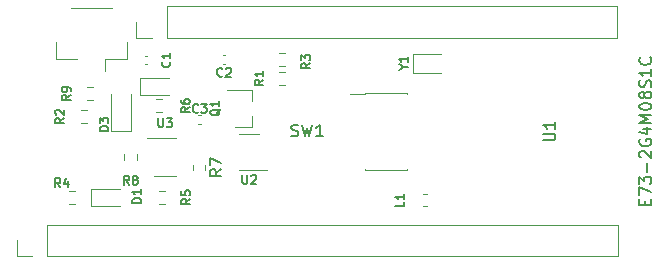
<source format=gbr>
%TF.GenerationSoftware,KiCad,Pcbnew,5.99.0-unknown-64afa3a42e~128~ubuntu20.04.1*%
%TF.CreationDate,2021-05-12T23:24:30+01:00*%
%TF.ProjectId,E73-nRF52840-BBoard,4537332d-6e52-4463-9532-3834302d4242,rev?*%
%TF.SameCoordinates,Original*%
%TF.FileFunction,Legend,Top*%
%TF.FilePolarity,Positive*%
%FSLAX46Y46*%
G04 Gerber Fmt 4.6, Leading zero omitted, Abs format (unit mm)*
G04 Created by KiCad (PCBNEW 5.99.0-unknown-64afa3a42e~128~ubuntu20.04.1) date 2021-05-12 23:24:30*
%MOMM*%
%LPD*%
G01*
G04 APERTURE LIST*
%ADD10C,0.150000*%
%ADD11C,0.120000*%
G04 APERTURE END LIST*
D10*
%TO.C,SW1*%
X102686666Y-61384761D02*
X102829523Y-61432380D01*
X103067619Y-61432380D01*
X103162857Y-61384761D01*
X103210476Y-61337142D01*
X103258095Y-61241904D01*
X103258095Y-61146666D01*
X103210476Y-61051428D01*
X103162857Y-61003809D01*
X103067619Y-60956190D01*
X102877142Y-60908571D01*
X102781904Y-60860952D01*
X102734285Y-60813333D01*
X102686666Y-60718095D01*
X102686666Y-60622857D01*
X102734285Y-60527619D01*
X102781904Y-60480000D01*
X102877142Y-60432380D01*
X103115238Y-60432380D01*
X103258095Y-60480000D01*
X103591428Y-60432380D02*
X103829523Y-61432380D01*
X104020000Y-60718095D01*
X104210476Y-61432380D01*
X104448571Y-60432380D01*
X105353333Y-61432380D02*
X104781904Y-61432380D01*
X105067619Y-61432380D02*
X105067619Y-60432380D01*
X104972380Y-60575238D01*
X104877142Y-60670476D01*
X104781904Y-60718095D01*
%TO.C,R4*%
X83125000Y-65739285D02*
X82875000Y-65382142D01*
X82696428Y-65739285D02*
X82696428Y-64989285D01*
X82982142Y-64989285D01*
X83053571Y-65025000D01*
X83089285Y-65060714D01*
X83125000Y-65132142D01*
X83125000Y-65239285D01*
X83089285Y-65310714D01*
X83053571Y-65346428D01*
X82982142Y-65382142D01*
X82696428Y-65382142D01*
X83767857Y-65239285D02*
X83767857Y-65739285D01*
X83589285Y-64953571D02*
X83410714Y-65489285D01*
X83875000Y-65489285D01*
%TO.C,L1*%
X112239285Y-66975000D02*
X112239285Y-67332142D01*
X111489285Y-67332142D01*
X112239285Y-66332142D02*
X112239285Y-66760714D01*
X112239285Y-66546428D02*
X111489285Y-66546428D01*
X111596428Y-66617857D01*
X111667857Y-66689285D01*
X111703571Y-66760714D01*
%TO.C,R5*%
X94114285Y-66700000D02*
X93757142Y-66950000D01*
X94114285Y-67128571D02*
X93364285Y-67128571D01*
X93364285Y-66842857D01*
X93400000Y-66771428D01*
X93435714Y-66735714D01*
X93507142Y-66700000D01*
X93614285Y-66700000D01*
X93685714Y-66735714D01*
X93721428Y-66771428D01*
X93757142Y-66842857D01*
X93757142Y-67128571D01*
X93364285Y-66021428D02*
X93364285Y-66378571D01*
X93721428Y-66414285D01*
X93685714Y-66378571D01*
X93650000Y-66307142D01*
X93650000Y-66128571D01*
X93685714Y-66057142D01*
X93721428Y-66021428D01*
X93792857Y-65985714D01*
X93971428Y-65985714D01*
X94042857Y-66021428D01*
X94078571Y-66057142D01*
X94114285Y-66128571D01*
X94114285Y-66307142D01*
X94078571Y-66378571D01*
X94042857Y-66414285D01*
%TO.C,D3*%
X87189285Y-60978571D02*
X86439285Y-60978571D01*
X86439285Y-60800000D01*
X86475000Y-60692857D01*
X86546428Y-60621428D01*
X86617857Y-60585714D01*
X86760714Y-60550000D01*
X86867857Y-60550000D01*
X87010714Y-60585714D01*
X87082142Y-60621428D01*
X87153571Y-60692857D01*
X87189285Y-60800000D01*
X87189285Y-60978571D01*
X86439285Y-60300000D02*
X86439285Y-59835714D01*
X86725000Y-60085714D01*
X86725000Y-59978571D01*
X86760714Y-59907142D01*
X86796428Y-59871428D01*
X86867857Y-59835714D01*
X87046428Y-59835714D01*
X87117857Y-59871428D01*
X87153571Y-59907142D01*
X87189285Y-59978571D01*
X87189285Y-60192857D01*
X87153571Y-60264285D01*
X87117857Y-60300000D01*
%TO.C,Y1*%
X112182142Y-55582142D02*
X112539285Y-55582142D01*
X111789285Y-55832142D02*
X112182142Y-55582142D01*
X111789285Y-55332142D01*
X112539285Y-54689285D02*
X112539285Y-55117857D01*
X112539285Y-54903571D02*
X111789285Y-54903571D01*
X111896428Y-54975000D01*
X111967857Y-55046428D01*
X112003571Y-55117857D01*
%TO.C,R6*%
X94064285Y-58975000D02*
X93707142Y-59225000D01*
X94064285Y-59403571D02*
X93314285Y-59403571D01*
X93314285Y-59117857D01*
X93350000Y-59046428D01*
X93385714Y-59010714D01*
X93457142Y-58975000D01*
X93564285Y-58975000D01*
X93635714Y-59010714D01*
X93671428Y-59046428D01*
X93707142Y-59117857D01*
X93707142Y-59403571D01*
X93314285Y-58332142D02*
X93314285Y-58475000D01*
X93350000Y-58546428D01*
X93385714Y-58582142D01*
X93492857Y-58653571D01*
X93635714Y-58689285D01*
X93921428Y-58689285D01*
X93992857Y-58653571D01*
X94028571Y-58617857D01*
X94064285Y-58546428D01*
X94064285Y-58403571D01*
X94028571Y-58332142D01*
X93992857Y-58296428D01*
X93921428Y-58260714D01*
X93742857Y-58260714D01*
X93671428Y-58296428D01*
X93635714Y-58332142D01*
X93600000Y-58403571D01*
X93600000Y-58546428D01*
X93635714Y-58617857D01*
X93671428Y-58653571D01*
X93742857Y-58689285D01*
%TO.C,R3*%
X104264285Y-55250000D02*
X103907142Y-55500000D01*
X104264285Y-55678571D02*
X103514285Y-55678571D01*
X103514285Y-55392857D01*
X103550000Y-55321428D01*
X103585714Y-55285714D01*
X103657142Y-55250000D01*
X103764285Y-55250000D01*
X103835714Y-55285714D01*
X103871428Y-55321428D01*
X103907142Y-55392857D01*
X103907142Y-55678571D01*
X103514285Y-55000000D02*
X103514285Y-54535714D01*
X103800000Y-54785714D01*
X103800000Y-54678571D01*
X103835714Y-54607142D01*
X103871428Y-54571428D01*
X103942857Y-54535714D01*
X104121428Y-54535714D01*
X104192857Y-54571428D01*
X104228571Y-54607142D01*
X104264285Y-54678571D01*
X104264285Y-54892857D01*
X104228571Y-54964285D01*
X104192857Y-55000000D01*
%TO.C,U1*%
X124019655Y-61761437D02*
X124829179Y-61761437D01*
X124924417Y-61713818D01*
X124972036Y-61666199D01*
X125019655Y-61570961D01*
X125019655Y-61380485D01*
X124972036Y-61285247D01*
X124924417Y-61237628D01*
X124829179Y-61190009D01*
X124019655Y-61190009D01*
X125019655Y-60190009D02*
X125019655Y-60761437D01*
X125019655Y-60475723D02*
X124019655Y-60475723D01*
X124162513Y-60570961D01*
X124257751Y-60666199D01*
X124305370Y-60761437D01*
X132624071Y-67214285D02*
X132624071Y-66880952D01*
X133147880Y-66738095D02*
X133147880Y-67214285D01*
X132147880Y-67214285D01*
X132147880Y-66738095D01*
X132147880Y-66404761D02*
X132147880Y-65738095D01*
X133147880Y-66166666D01*
X132147880Y-65452380D02*
X132147880Y-64833333D01*
X132528833Y-65166666D01*
X132528833Y-65023809D01*
X132576452Y-64928571D01*
X132624071Y-64880952D01*
X132719309Y-64833333D01*
X132957404Y-64833333D01*
X133052642Y-64880952D01*
X133100261Y-64928571D01*
X133147880Y-65023809D01*
X133147880Y-65309523D01*
X133100261Y-65404761D01*
X133052642Y-65452380D01*
X132766928Y-64404761D02*
X132766928Y-63642857D01*
X132243119Y-63214285D02*
X132195500Y-63166666D01*
X132147880Y-63071428D01*
X132147880Y-62833333D01*
X132195500Y-62738095D01*
X132243119Y-62690476D01*
X132338357Y-62642857D01*
X132433595Y-62642857D01*
X132576452Y-62690476D01*
X133147880Y-63261904D01*
X133147880Y-62642857D01*
X132195500Y-61690476D02*
X132147880Y-61785714D01*
X132147880Y-61928571D01*
X132195500Y-62071428D01*
X132290738Y-62166666D01*
X132385976Y-62214285D01*
X132576452Y-62261904D01*
X132719309Y-62261904D01*
X132909785Y-62214285D01*
X133005023Y-62166666D01*
X133100261Y-62071428D01*
X133147880Y-61928571D01*
X133147880Y-61833333D01*
X133100261Y-61690476D01*
X133052642Y-61642857D01*
X132719309Y-61642857D01*
X132719309Y-61833333D01*
X132481214Y-60785714D02*
X133147880Y-60785714D01*
X132100261Y-61023809D02*
X132814547Y-61261904D01*
X132814547Y-60642857D01*
X133147880Y-60261904D02*
X132147880Y-60261904D01*
X132862166Y-59928571D01*
X132147880Y-59595238D01*
X133147880Y-59595238D01*
X132147880Y-58928571D02*
X132147880Y-58833333D01*
X132195500Y-58738095D01*
X132243119Y-58690476D01*
X132338357Y-58642857D01*
X132528833Y-58595238D01*
X132766928Y-58595238D01*
X132957404Y-58642857D01*
X133052642Y-58690476D01*
X133100261Y-58738095D01*
X133147880Y-58833333D01*
X133147880Y-58928571D01*
X133100261Y-59023809D01*
X133052642Y-59071428D01*
X132957404Y-59119047D01*
X132766928Y-59166666D01*
X132528833Y-59166666D01*
X132338357Y-59119047D01*
X132243119Y-59071428D01*
X132195500Y-59023809D01*
X132147880Y-58928571D01*
X132576452Y-58023809D02*
X132528833Y-58119047D01*
X132481214Y-58166666D01*
X132385976Y-58214285D01*
X132338357Y-58214285D01*
X132243119Y-58166666D01*
X132195500Y-58119047D01*
X132147880Y-58023809D01*
X132147880Y-57833333D01*
X132195500Y-57738095D01*
X132243119Y-57690476D01*
X132338357Y-57642857D01*
X132385976Y-57642857D01*
X132481214Y-57690476D01*
X132528833Y-57738095D01*
X132576452Y-57833333D01*
X132576452Y-58023809D01*
X132624071Y-58119047D01*
X132671690Y-58166666D01*
X132766928Y-58214285D01*
X132957404Y-58214285D01*
X133052642Y-58166666D01*
X133100261Y-58119047D01*
X133147880Y-58023809D01*
X133147880Y-57833333D01*
X133100261Y-57738095D01*
X133052642Y-57690476D01*
X132957404Y-57642857D01*
X132766928Y-57642857D01*
X132671690Y-57690476D01*
X132624071Y-57738095D01*
X132576452Y-57833333D01*
X133100261Y-57261904D02*
X133147880Y-57119047D01*
X133147880Y-56880952D01*
X133100261Y-56785714D01*
X133052642Y-56738095D01*
X132957404Y-56690476D01*
X132862166Y-56690476D01*
X132766928Y-56738095D01*
X132719309Y-56785714D01*
X132671690Y-56880952D01*
X132624071Y-57071428D01*
X132576452Y-57166666D01*
X132528833Y-57214285D01*
X132433595Y-57261904D01*
X132338357Y-57261904D01*
X132243119Y-57214285D01*
X132195500Y-57166666D01*
X132147880Y-57071428D01*
X132147880Y-56833333D01*
X132195500Y-56690476D01*
X133147880Y-55738095D02*
X133147880Y-56309523D01*
X133147880Y-56023809D02*
X132147880Y-56023809D01*
X132290738Y-56119047D01*
X132385976Y-56214285D01*
X132433595Y-56309523D01*
X133052642Y-54738095D02*
X133100261Y-54785714D01*
X133147880Y-54928571D01*
X133147880Y-55023809D01*
X133100261Y-55166666D01*
X133005023Y-55261904D01*
X132909785Y-55309523D01*
X132719309Y-55357142D01*
X132576452Y-55357142D01*
X132385976Y-55309523D01*
X132290738Y-55261904D01*
X132195500Y-55166666D01*
X132147880Y-55023809D01*
X132147880Y-54928571D01*
X132195500Y-54785714D01*
X132243119Y-54738095D01*
%TO.C,C1*%
X92367857Y-55100000D02*
X92403571Y-55135714D01*
X92439285Y-55242857D01*
X92439285Y-55314285D01*
X92403571Y-55421428D01*
X92332142Y-55492857D01*
X92260714Y-55528571D01*
X92117857Y-55564285D01*
X92010714Y-55564285D01*
X91867857Y-55528571D01*
X91796428Y-55492857D01*
X91725000Y-55421428D01*
X91689285Y-55314285D01*
X91689285Y-55242857D01*
X91725000Y-55135714D01*
X91760714Y-55100000D01*
X92439285Y-54385714D02*
X92439285Y-54814285D01*
X92439285Y-54600000D02*
X91689285Y-54600000D01*
X91796428Y-54671428D01*
X91867857Y-54742857D01*
X91903571Y-54814285D01*
%TO.C,R8*%
X88950000Y-65514285D02*
X88700000Y-65157142D01*
X88521428Y-65514285D02*
X88521428Y-64764285D01*
X88807142Y-64764285D01*
X88878571Y-64800000D01*
X88914285Y-64835714D01*
X88950000Y-64907142D01*
X88950000Y-65014285D01*
X88914285Y-65085714D01*
X88878571Y-65121428D01*
X88807142Y-65157142D01*
X88521428Y-65157142D01*
X89378571Y-65085714D02*
X89307142Y-65050000D01*
X89271428Y-65014285D01*
X89235714Y-64942857D01*
X89235714Y-64907142D01*
X89271428Y-64835714D01*
X89307142Y-64800000D01*
X89378571Y-64764285D01*
X89521428Y-64764285D01*
X89592857Y-64800000D01*
X89628571Y-64835714D01*
X89664285Y-64907142D01*
X89664285Y-64942857D01*
X89628571Y-65014285D01*
X89592857Y-65050000D01*
X89521428Y-65085714D01*
X89378571Y-65085714D01*
X89307142Y-65121428D01*
X89271428Y-65157142D01*
X89235714Y-65228571D01*
X89235714Y-65371428D01*
X89271428Y-65442857D01*
X89307142Y-65478571D01*
X89378571Y-65514285D01*
X89521428Y-65514285D01*
X89592857Y-65478571D01*
X89628571Y-65442857D01*
X89664285Y-65371428D01*
X89664285Y-65228571D01*
X89628571Y-65157142D01*
X89592857Y-65121428D01*
X89521428Y-65085714D01*
%TO.C,Q1*%
X96635714Y-59121428D02*
X96600000Y-59192857D01*
X96528571Y-59264285D01*
X96421428Y-59371428D01*
X96385714Y-59442857D01*
X96385714Y-59514285D01*
X96564285Y-59478571D02*
X96528571Y-59550000D01*
X96457142Y-59621428D01*
X96314285Y-59657142D01*
X96064285Y-59657142D01*
X95921428Y-59621428D01*
X95850000Y-59550000D01*
X95814285Y-59478571D01*
X95814285Y-59335714D01*
X95850000Y-59264285D01*
X95921428Y-59192857D01*
X96064285Y-59157142D01*
X96314285Y-59157142D01*
X96457142Y-59192857D01*
X96528571Y-59264285D01*
X96564285Y-59335714D01*
X96564285Y-59478571D01*
X96564285Y-58442857D02*
X96564285Y-58871428D01*
X96564285Y-58657142D02*
X95814285Y-58657142D01*
X95921428Y-58728571D01*
X95992857Y-58800000D01*
X96028571Y-58871428D01*
%TO.C,D1*%
X89964285Y-67053571D02*
X89214285Y-67053571D01*
X89214285Y-66875000D01*
X89250000Y-66767857D01*
X89321428Y-66696428D01*
X89392857Y-66660714D01*
X89535714Y-66625000D01*
X89642857Y-66625000D01*
X89785714Y-66660714D01*
X89857142Y-66696428D01*
X89928571Y-66767857D01*
X89964285Y-66875000D01*
X89964285Y-67053571D01*
X89964285Y-65910714D02*
X89964285Y-66339285D01*
X89964285Y-66125000D02*
X89214285Y-66125000D01*
X89321428Y-66196428D01*
X89392857Y-66267857D01*
X89428571Y-66339285D01*
%TO.C,R1*%
X100314285Y-56625000D02*
X99957142Y-56875000D01*
X100314285Y-57053571D02*
X99564285Y-57053571D01*
X99564285Y-56767857D01*
X99600000Y-56696428D01*
X99635714Y-56660714D01*
X99707142Y-56625000D01*
X99814285Y-56625000D01*
X99885714Y-56660714D01*
X99921428Y-56696428D01*
X99957142Y-56767857D01*
X99957142Y-57053571D01*
X100314285Y-55910714D02*
X100314285Y-56339285D01*
X100314285Y-56125000D02*
X99564285Y-56125000D01*
X99671428Y-56196428D01*
X99742857Y-56267857D01*
X99778571Y-56339285D01*
%TO.C,R2*%
X83439285Y-59875000D02*
X83082142Y-60125000D01*
X83439285Y-60303571D02*
X82689285Y-60303571D01*
X82689285Y-60017857D01*
X82725000Y-59946428D01*
X82760714Y-59910714D01*
X82832142Y-59875000D01*
X82939285Y-59875000D01*
X83010714Y-59910714D01*
X83046428Y-59946428D01*
X83082142Y-60017857D01*
X83082142Y-60303571D01*
X82760714Y-59589285D02*
X82725000Y-59553571D01*
X82689285Y-59482142D01*
X82689285Y-59303571D01*
X82725000Y-59232142D01*
X82760714Y-59196428D01*
X82832142Y-59160714D01*
X82903571Y-59160714D01*
X83010714Y-59196428D01*
X83439285Y-59625000D01*
X83439285Y-59160714D01*
%TO.C,U2*%
X98528571Y-64689285D02*
X98528571Y-65296428D01*
X98564285Y-65367857D01*
X98600000Y-65403571D01*
X98671428Y-65439285D01*
X98814285Y-65439285D01*
X98885714Y-65403571D01*
X98921428Y-65367857D01*
X98957142Y-65296428D01*
X98957142Y-64689285D01*
X99278571Y-64760714D02*
X99314285Y-64725000D01*
X99385714Y-64689285D01*
X99564285Y-64689285D01*
X99635714Y-64725000D01*
X99671428Y-64760714D01*
X99707142Y-64832142D01*
X99707142Y-64903571D01*
X99671428Y-65010714D01*
X99242857Y-65439285D01*
X99707142Y-65439285D01*
%TO.C,C3*%
X94800000Y-59342857D02*
X94764285Y-59378571D01*
X94657142Y-59414285D01*
X94585714Y-59414285D01*
X94478571Y-59378571D01*
X94407142Y-59307142D01*
X94371428Y-59235714D01*
X94335714Y-59092857D01*
X94335714Y-58985714D01*
X94371428Y-58842857D01*
X94407142Y-58771428D01*
X94478571Y-58700000D01*
X94585714Y-58664285D01*
X94657142Y-58664285D01*
X94764285Y-58700000D01*
X94800000Y-58735714D01*
X95050000Y-58664285D02*
X95514285Y-58664285D01*
X95264285Y-58950000D01*
X95371428Y-58950000D01*
X95442857Y-58985714D01*
X95478571Y-59021428D01*
X95514285Y-59092857D01*
X95514285Y-59271428D01*
X95478571Y-59342857D01*
X95442857Y-59378571D01*
X95371428Y-59414285D01*
X95157142Y-59414285D01*
X95085714Y-59378571D01*
X95050000Y-59342857D01*
%TO.C,U3*%
X91403571Y-59889285D02*
X91403571Y-60496428D01*
X91439285Y-60567857D01*
X91475000Y-60603571D01*
X91546428Y-60639285D01*
X91689285Y-60639285D01*
X91760714Y-60603571D01*
X91796428Y-60567857D01*
X91832142Y-60496428D01*
X91832142Y-59889285D01*
X92117857Y-59889285D02*
X92582142Y-59889285D01*
X92332142Y-60175000D01*
X92439285Y-60175000D01*
X92510714Y-60210714D01*
X92546428Y-60246428D01*
X92582142Y-60317857D01*
X92582142Y-60496428D01*
X92546428Y-60567857D01*
X92510714Y-60603571D01*
X92439285Y-60639285D01*
X92225000Y-60639285D01*
X92153571Y-60603571D01*
X92117857Y-60567857D01*
%TO.C,C2*%
X96850000Y-56292857D02*
X96814285Y-56328571D01*
X96707142Y-56364285D01*
X96635714Y-56364285D01*
X96528571Y-56328571D01*
X96457142Y-56257142D01*
X96421428Y-56185714D01*
X96385714Y-56042857D01*
X96385714Y-55935714D01*
X96421428Y-55792857D01*
X96457142Y-55721428D01*
X96528571Y-55650000D01*
X96635714Y-55614285D01*
X96707142Y-55614285D01*
X96814285Y-55650000D01*
X96850000Y-55685714D01*
X97135714Y-55685714D02*
X97171428Y-55650000D01*
X97242857Y-55614285D01*
X97421428Y-55614285D01*
X97492857Y-55650000D01*
X97528571Y-55685714D01*
X97564285Y-55757142D01*
X97564285Y-55828571D01*
X97528571Y-55935714D01*
X97100000Y-56364285D01*
X97564285Y-56364285D01*
%TO.C,R7*%
X96757380Y-64216666D02*
X96281190Y-64550000D01*
X96757380Y-64788095D02*
X95757380Y-64788095D01*
X95757380Y-64407142D01*
X95805000Y-64311904D01*
X95852619Y-64264285D01*
X95947857Y-64216666D01*
X96090714Y-64216666D01*
X96185952Y-64264285D01*
X96233571Y-64311904D01*
X96281190Y-64407142D01*
X96281190Y-64788095D01*
X95757380Y-63883333D02*
X95757380Y-63216666D01*
X96757380Y-63645238D01*
%TO.C,R9*%
X83989285Y-57925000D02*
X83632142Y-58175000D01*
X83989285Y-58353571D02*
X83239285Y-58353571D01*
X83239285Y-58067857D01*
X83275000Y-57996428D01*
X83310714Y-57960714D01*
X83382142Y-57925000D01*
X83489285Y-57925000D01*
X83560714Y-57960714D01*
X83596428Y-57996428D01*
X83632142Y-58067857D01*
X83632142Y-58353571D01*
X83989285Y-57567857D02*
X83989285Y-57425000D01*
X83953571Y-57353571D01*
X83917857Y-57317857D01*
X83810714Y-57246428D01*
X83667857Y-57210714D01*
X83382142Y-57210714D01*
X83310714Y-57246428D01*
X83275000Y-57282142D01*
X83239285Y-57353571D01*
X83239285Y-57496428D01*
X83275000Y-57567857D01*
X83310714Y-57603571D01*
X83382142Y-57639285D01*
X83560714Y-57639285D01*
X83632142Y-57603571D01*
X83667857Y-57567857D01*
X83703571Y-57496428D01*
X83703571Y-57353571D01*
X83667857Y-57282142D01*
X83632142Y-57246428D01*
X83560714Y-57210714D01*
D11*
%TO.C,R4*%
X84337258Y-67122500D02*
X83862742Y-67122500D01*
X84337258Y-66077500D02*
X83862742Y-66077500D01*
%TO.C,L1*%
X114196267Y-66340000D02*
X113853733Y-66340000D01*
X114196267Y-67360000D02*
X113853733Y-67360000D01*
%TO.C,R5*%
X91962258Y-66077500D02*
X91487742Y-66077500D01*
X91962258Y-67122500D02*
X91487742Y-67122500D01*
%TO.C,D3*%
X87425000Y-60950000D02*
X89125000Y-60950000D01*
X87425000Y-60950000D02*
X87425000Y-57800000D01*
X89125000Y-60950000D02*
X89125000Y-57800000D01*
%TO.C,Y1*%
X112950000Y-56025000D02*
X115350000Y-56025000D01*
X112950000Y-54425000D02*
X112950000Y-56025000D01*
X115350000Y-54425000D02*
X112950000Y-54425000D01*
%TO.C,R6*%
X91737258Y-58302500D02*
X91262742Y-58302500D01*
X91737258Y-59347500D02*
X91262742Y-59347500D01*
%TO.C,R3*%
X102137258Y-54402500D02*
X101662742Y-54402500D01*
X102137258Y-55447500D02*
X101662742Y-55447500D01*
%TO.C,C1*%
X90259165Y-54590000D02*
X90490835Y-54590000D01*
X90259165Y-55310000D02*
X90490835Y-55310000D01*
%TO.C,R8*%
X89572500Y-62912742D02*
X89572500Y-63387258D01*
X88527500Y-62912742D02*
X88527500Y-63387258D01*
%TO.C,Q1*%
X99360000Y-60630000D02*
X97900000Y-60630000D01*
X99360000Y-60630000D02*
X99360000Y-59700000D01*
X99360000Y-57470000D02*
X99360000Y-58400000D01*
X99360000Y-57470000D02*
X97200000Y-57470000D01*
%TO.C,D1*%
X88200000Y-65865000D02*
X85740000Y-65865000D01*
X85740000Y-65865000D02*
X85740000Y-67335000D01*
X85740000Y-67335000D02*
X88200000Y-67335000D01*
%TO.C,R1*%
X101662742Y-57047500D02*
X102137258Y-57047500D01*
X101662742Y-56002500D02*
X102137258Y-56002500D01*
%TO.C,R2*%
X84862742Y-60272500D02*
X85337258Y-60272500D01*
X84862742Y-59227500D02*
X85337258Y-59227500D01*
%TO.C,J3*%
X82765000Y-53410000D02*
X82765000Y-54860000D01*
X82765000Y-54860000D02*
X84565000Y-54860000D01*
X88735000Y-53410000D02*
X88735000Y-54860000D01*
X88735000Y-54860000D02*
X86935000Y-54860000D01*
X86935000Y-54860000D02*
X86935000Y-55850000D01*
X87465000Y-50590000D02*
X84035000Y-50590000D01*
%TO.C,U2*%
X99980000Y-61240000D02*
X98220000Y-61240000D01*
X98220000Y-64310000D02*
X100650000Y-64310000D01*
%TO.C,D2*%
X89840000Y-56490000D02*
X89840000Y-57960000D01*
X92300000Y-56490000D02*
X89840000Y-56490000D01*
X89840000Y-57960000D02*
X92300000Y-57960000D01*
%TO.C,C3*%
X95040835Y-59640000D02*
X94809165Y-59640000D01*
X95040835Y-60360000D02*
X94809165Y-60360000D01*
%TO.C,U3*%
X92875000Y-61590000D02*
X90425000Y-61590000D01*
X91075000Y-64810000D02*
X92875000Y-64810000D01*
%TO.C,J1*%
X108935000Y-57765000D02*
X112465000Y-57765000D01*
X112465000Y-57765000D02*
X112465000Y-57830000D01*
X108935000Y-64170000D02*
X108935000Y-64235000D01*
X108935000Y-57765000D02*
X108935000Y-57830000D01*
X112465000Y-64170000D02*
X112465000Y-64235000D01*
X107610000Y-57830000D02*
X108935000Y-57830000D01*
X108935000Y-64235000D02*
X112465000Y-64235000D01*
%TO.C,C2*%
X96859165Y-54565000D02*
X97090835Y-54565000D01*
X96859165Y-55285000D02*
X97090835Y-55285000D01*
%TO.C,R7*%
X94352500Y-63812742D02*
X94352500Y-64287258D01*
X95397500Y-63812742D02*
X95397500Y-64287258D01*
%TO.C,J5*%
X89520000Y-53080000D02*
X89520000Y-51750000D01*
X92120000Y-53080000D02*
X92120000Y-50420000D01*
X90850000Y-53080000D02*
X89520000Y-53080000D01*
X92120000Y-50420000D02*
X130280000Y-50420000D01*
X92120000Y-53080000D02*
X130280000Y-53080000D01*
X130280000Y-53080000D02*
X130280000Y-50420000D01*
%TO.C,J4*%
X80750000Y-71555000D02*
X79420000Y-71555000D01*
X82020000Y-68895000D02*
X130340000Y-68895000D01*
X79420000Y-71555000D02*
X79420000Y-70225000D01*
X130340000Y-71555000D02*
X130340000Y-68895000D01*
X82020000Y-71555000D02*
X130340000Y-71555000D01*
X82020000Y-71555000D02*
X82020000Y-68895000D01*
%TO.C,R9*%
X85862258Y-57277500D02*
X85387742Y-57277500D01*
X85862258Y-58322500D02*
X85387742Y-58322500D01*
%TD*%
M02*

</source>
